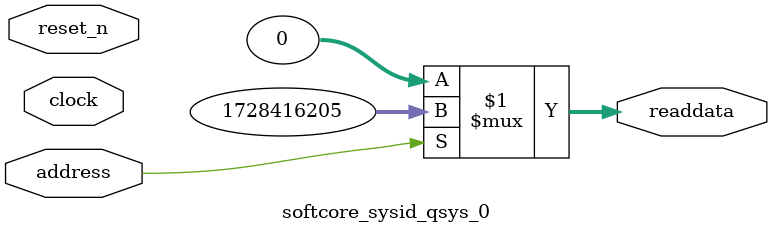
<source format=v>



// synthesis translate_off
`timescale 1ns / 1ps
// synthesis translate_on

// turn off superfluous verilog processor warnings 
// altera message_level Level1 
// altera message_off 10034 10035 10036 10037 10230 10240 10030 

module softcore_sysid_qsys_0 (
               // inputs:
                address,
                clock,
                reset_n,

               // outputs:
                readdata
             )
;

  output  [ 31: 0] readdata;
  input            address;
  input            clock;
  input            reset_n;

  wire    [ 31: 0] readdata;
  //control_slave, which is an e_avalon_slave
  assign readdata = address ? 1728416205 : 0;

endmodule



</source>
